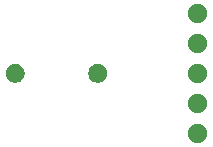
<source format=gbr>
G04 #@! TF.GenerationSoftware,KiCad,Pcbnew,(5.1.5)-3*
G04 #@! TF.CreationDate,2020-12-21T12:39:58+01:00*
G04 #@! TF.ProjectId,epimetheus_tsl2561,6570696d-6574-4686-9575-735f74736c32,rev?*
G04 #@! TF.SameCoordinates,Original*
G04 #@! TF.FileFunction,Soldermask,Bot*
G04 #@! TF.FilePolarity,Negative*
%FSLAX46Y46*%
G04 Gerber Fmt 4.6, Leading zero omitted, Abs format (unit mm)*
G04 Created by KiCad (PCBNEW (5.1.5)-3) date 2020-12-21 12:39:58*
%MOMM*%
%LPD*%
G04 APERTURE LIST*
%ADD10C,0.100000*%
G04 APERTURE END LIST*
D10*
G36*
X179053142Y-35286242D02*
G01*
X179201101Y-35347529D01*
X179334255Y-35436499D01*
X179447501Y-35549745D01*
X179536471Y-35682899D01*
X179597758Y-35830858D01*
X179629000Y-35987925D01*
X179629000Y-36148075D01*
X179597758Y-36305142D01*
X179536471Y-36453101D01*
X179447501Y-36586255D01*
X179334255Y-36699501D01*
X179201101Y-36788471D01*
X179053142Y-36849758D01*
X178896075Y-36881000D01*
X178735925Y-36881000D01*
X178578858Y-36849758D01*
X178430899Y-36788471D01*
X178297745Y-36699501D01*
X178184499Y-36586255D01*
X178095529Y-36453101D01*
X178034242Y-36305142D01*
X178003000Y-36148075D01*
X178003000Y-35987925D01*
X178034242Y-35830858D01*
X178095529Y-35682899D01*
X178184499Y-35549745D01*
X178297745Y-35436499D01*
X178430899Y-35347529D01*
X178578858Y-35286242D01*
X178735925Y-35255000D01*
X178896075Y-35255000D01*
X179053142Y-35286242D01*
G37*
G36*
X179053142Y-32746242D02*
G01*
X179201101Y-32807529D01*
X179334255Y-32896499D01*
X179447501Y-33009745D01*
X179536471Y-33142899D01*
X179597758Y-33290858D01*
X179629000Y-33447925D01*
X179629000Y-33608075D01*
X179597758Y-33765142D01*
X179536471Y-33913101D01*
X179447501Y-34046255D01*
X179334255Y-34159501D01*
X179201101Y-34248471D01*
X179053142Y-34309758D01*
X178896075Y-34341000D01*
X178735925Y-34341000D01*
X178578858Y-34309758D01*
X178430899Y-34248471D01*
X178297745Y-34159501D01*
X178184499Y-34046255D01*
X178095529Y-33913101D01*
X178034242Y-33765142D01*
X178003000Y-33608075D01*
X178003000Y-33447925D01*
X178034242Y-33290858D01*
X178095529Y-33142899D01*
X178184499Y-33009745D01*
X178297745Y-32896499D01*
X178430899Y-32807529D01*
X178578858Y-32746242D01*
X178735925Y-32715000D01*
X178896075Y-32715000D01*
X179053142Y-32746242D01*
G37*
G36*
X179053142Y-30206242D02*
G01*
X179201101Y-30267529D01*
X179334255Y-30356499D01*
X179447501Y-30469745D01*
X179536471Y-30602899D01*
X179597758Y-30750858D01*
X179629000Y-30907925D01*
X179629000Y-31068075D01*
X179597758Y-31225142D01*
X179536471Y-31373101D01*
X179447501Y-31506255D01*
X179334255Y-31619501D01*
X179201101Y-31708471D01*
X179053142Y-31769758D01*
X178896075Y-31801000D01*
X178735925Y-31801000D01*
X178578858Y-31769758D01*
X178430899Y-31708471D01*
X178297745Y-31619501D01*
X178184499Y-31506255D01*
X178095529Y-31373101D01*
X178034242Y-31225142D01*
X178003000Y-31068075D01*
X178003000Y-30907925D01*
X178034242Y-30750858D01*
X178095529Y-30602899D01*
X178184499Y-30469745D01*
X178297745Y-30356499D01*
X178430899Y-30267529D01*
X178578858Y-30206242D01*
X178735925Y-30175000D01*
X178896075Y-30175000D01*
X179053142Y-30206242D01*
G37*
G36*
X170606642Y-30217781D02*
G01*
X170752414Y-30278162D01*
X170752416Y-30278163D01*
X170883608Y-30365822D01*
X170995178Y-30477392D01*
X171079038Y-30602899D01*
X171082838Y-30608586D01*
X171143219Y-30754358D01*
X171174000Y-30909107D01*
X171174000Y-31066893D01*
X171143219Y-31221642D01*
X171082838Y-31367414D01*
X171082837Y-31367416D01*
X170995178Y-31498608D01*
X170883608Y-31610178D01*
X170752416Y-31697837D01*
X170752415Y-31697838D01*
X170752414Y-31697838D01*
X170606642Y-31758219D01*
X170451893Y-31789000D01*
X170294107Y-31789000D01*
X170139358Y-31758219D01*
X169993586Y-31697838D01*
X169993585Y-31697838D01*
X169993584Y-31697837D01*
X169862392Y-31610178D01*
X169750822Y-31498608D01*
X169663163Y-31367416D01*
X169663162Y-31367414D01*
X169602781Y-31221642D01*
X169572000Y-31066893D01*
X169572000Y-30909107D01*
X169602781Y-30754358D01*
X169663162Y-30608586D01*
X169666962Y-30602899D01*
X169750822Y-30477392D01*
X169862392Y-30365822D01*
X169993584Y-30278163D01*
X169993586Y-30278162D01*
X170139358Y-30217781D01*
X170294107Y-30187000D01*
X170451893Y-30187000D01*
X170606642Y-30217781D01*
G37*
G36*
X163606642Y-30217781D02*
G01*
X163752414Y-30278162D01*
X163752416Y-30278163D01*
X163883608Y-30365822D01*
X163995178Y-30477392D01*
X164079038Y-30602899D01*
X164082838Y-30608586D01*
X164143219Y-30754358D01*
X164174000Y-30909107D01*
X164174000Y-31066893D01*
X164143219Y-31221642D01*
X164082838Y-31367414D01*
X164082837Y-31367416D01*
X163995178Y-31498608D01*
X163883608Y-31610178D01*
X163752416Y-31697837D01*
X163752415Y-31697838D01*
X163752414Y-31697838D01*
X163606642Y-31758219D01*
X163451893Y-31789000D01*
X163294107Y-31789000D01*
X163139358Y-31758219D01*
X162993586Y-31697838D01*
X162993585Y-31697838D01*
X162993584Y-31697837D01*
X162862392Y-31610178D01*
X162750822Y-31498608D01*
X162663163Y-31367416D01*
X162663162Y-31367414D01*
X162602781Y-31221642D01*
X162572000Y-31066893D01*
X162572000Y-30909107D01*
X162602781Y-30754358D01*
X162663162Y-30608586D01*
X162666962Y-30602899D01*
X162750822Y-30477392D01*
X162862392Y-30365822D01*
X162993584Y-30278163D01*
X162993586Y-30278162D01*
X163139358Y-30217781D01*
X163294107Y-30187000D01*
X163451893Y-30187000D01*
X163606642Y-30217781D01*
G37*
G36*
X179053142Y-27666242D02*
G01*
X179201101Y-27727529D01*
X179334255Y-27816499D01*
X179447501Y-27929745D01*
X179536471Y-28062899D01*
X179597758Y-28210858D01*
X179629000Y-28367925D01*
X179629000Y-28528075D01*
X179597758Y-28685142D01*
X179536471Y-28833101D01*
X179447501Y-28966255D01*
X179334255Y-29079501D01*
X179201101Y-29168471D01*
X179053142Y-29229758D01*
X178896075Y-29261000D01*
X178735925Y-29261000D01*
X178578858Y-29229758D01*
X178430899Y-29168471D01*
X178297745Y-29079501D01*
X178184499Y-28966255D01*
X178095529Y-28833101D01*
X178034242Y-28685142D01*
X178003000Y-28528075D01*
X178003000Y-28367925D01*
X178034242Y-28210858D01*
X178095529Y-28062899D01*
X178184499Y-27929745D01*
X178297745Y-27816499D01*
X178430899Y-27727529D01*
X178578858Y-27666242D01*
X178735925Y-27635000D01*
X178896075Y-27635000D01*
X179053142Y-27666242D01*
G37*
G36*
X179053142Y-25126242D02*
G01*
X179201101Y-25187529D01*
X179334255Y-25276499D01*
X179447501Y-25389745D01*
X179536471Y-25522899D01*
X179597758Y-25670858D01*
X179629000Y-25827925D01*
X179629000Y-25988075D01*
X179597758Y-26145142D01*
X179536471Y-26293101D01*
X179447501Y-26426255D01*
X179334255Y-26539501D01*
X179201101Y-26628471D01*
X179053142Y-26689758D01*
X178896075Y-26721000D01*
X178735925Y-26721000D01*
X178578858Y-26689758D01*
X178430899Y-26628471D01*
X178297745Y-26539501D01*
X178184499Y-26426255D01*
X178095529Y-26293101D01*
X178034242Y-26145142D01*
X178003000Y-25988075D01*
X178003000Y-25827925D01*
X178034242Y-25670858D01*
X178095529Y-25522899D01*
X178184499Y-25389745D01*
X178297745Y-25276499D01*
X178430899Y-25187529D01*
X178578858Y-25126242D01*
X178735925Y-25095000D01*
X178896075Y-25095000D01*
X179053142Y-25126242D01*
G37*
M02*

</source>
